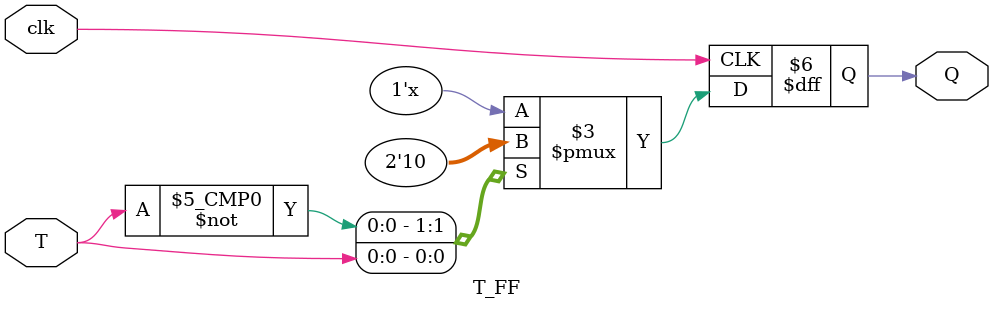
<source format=v>
module T_FF(
    input T,
    input clk,
    output reg Q
    );
    
    always @(posedge clk) begin
        Q = 1;
        case(T)
            1'b0: begin
                Q <= Q;
            end
            1'b1: begin
                Q <= ~Q;
            end
        endcase
    end 
endmodule 
</source>
